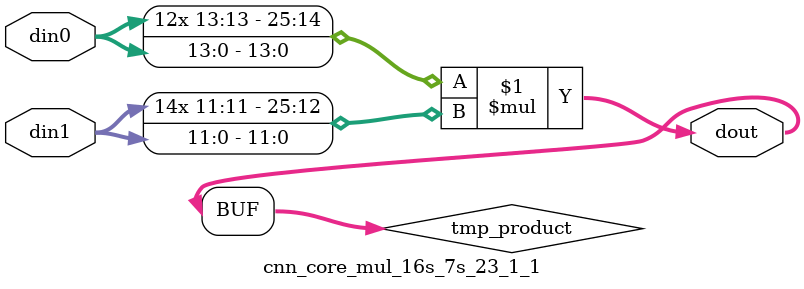
<source format=v>

`timescale 1 ns / 1 ps

  module cnn_core_mul_16s_7s_23_1_1(din0, din1, dout);
parameter ID = 1;
parameter NUM_STAGE = 0;
parameter din0_WIDTH = 14;
parameter din1_WIDTH = 12;
parameter dout_WIDTH = 26;

input [din0_WIDTH - 1 : 0] din0; 
input [din1_WIDTH - 1 : 0] din1; 
output [dout_WIDTH - 1 : 0] dout;

wire signed [dout_WIDTH - 1 : 0] tmp_product;













assign tmp_product = $signed(din0) * $signed(din1);








assign dout = tmp_product;







endmodule

</source>
